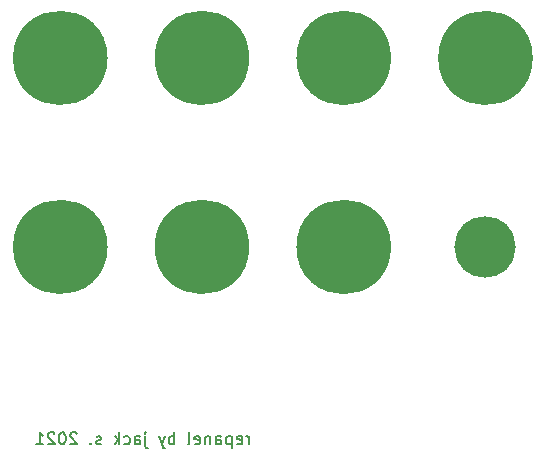
<source format=gbr>
G04 #@! TF.GenerationSoftware,KiCad,Pcbnew,(5.1.9-0-10_14)*
G04 #@! TF.CreationDate,2021-02-15T21:42:47-08:00*
G04 #@! TF.ProjectId,bigroom,62696772-6f6f-46d2-9e6b-696361645f70,rev?*
G04 #@! TF.SameCoordinates,Original*
G04 #@! TF.FileFunction,Soldermask,Bot*
G04 #@! TF.FilePolarity,Negative*
%FSLAX46Y46*%
G04 Gerber Fmt 4.6, Leading zero omitted, Abs format (unit mm)*
G04 Created by KiCad (PCBNEW (5.1.9-0-10_14)) date 2021-02-15 21:42:47*
%MOMM*%
%LPD*%
G01*
G04 APERTURE LIST*
%ADD10C,1.000000*%
%ADD11C,0.150000*%
%ADD12C,5.202000*%
%ADD13C,6.202000*%
G04 APERTURE END LIST*
D10*
X34250000Y-88750000D02*
G75*
G03*
X34250000Y-88750000I-3500000J0D01*
G01*
X10250000Y-88750000D02*
G75*
G03*
X10250000Y-88750000I-3500000J0D01*
G01*
X46250000Y-88750000D02*
G75*
G03*
X46250000Y-88750000I-3500000J0D01*
G01*
D11*
X22726190Y-121452380D02*
X22726190Y-120785714D01*
X22726190Y-120976190D02*
X22678571Y-120880952D01*
X22630952Y-120833333D01*
X22535714Y-120785714D01*
X22440476Y-120785714D01*
X21726190Y-121404761D02*
X21821428Y-121452380D01*
X22011904Y-121452380D01*
X22107142Y-121404761D01*
X22154761Y-121309523D01*
X22154761Y-120928571D01*
X22107142Y-120833333D01*
X22011904Y-120785714D01*
X21821428Y-120785714D01*
X21726190Y-120833333D01*
X21678571Y-120928571D01*
X21678571Y-121023809D01*
X22154761Y-121119047D01*
X21250000Y-120785714D02*
X21250000Y-121785714D01*
X21250000Y-120833333D02*
X21154761Y-120785714D01*
X20964285Y-120785714D01*
X20869047Y-120833333D01*
X20821428Y-120880952D01*
X20773809Y-120976190D01*
X20773809Y-121261904D01*
X20821428Y-121357142D01*
X20869047Y-121404761D01*
X20964285Y-121452380D01*
X21154761Y-121452380D01*
X21250000Y-121404761D01*
X19916666Y-121452380D02*
X19916666Y-120928571D01*
X19964285Y-120833333D01*
X20059523Y-120785714D01*
X20250000Y-120785714D01*
X20345238Y-120833333D01*
X19916666Y-121404761D02*
X20011904Y-121452380D01*
X20250000Y-121452380D01*
X20345238Y-121404761D01*
X20392857Y-121309523D01*
X20392857Y-121214285D01*
X20345238Y-121119047D01*
X20250000Y-121071428D01*
X20011904Y-121071428D01*
X19916666Y-121023809D01*
X19440476Y-120785714D02*
X19440476Y-121452380D01*
X19440476Y-120880952D02*
X19392857Y-120833333D01*
X19297619Y-120785714D01*
X19154761Y-120785714D01*
X19059523Y-120833333D01*
X19011904Y-120928571D01*
X19011904Y-121452380D01*
X18154761Y-121404761D02*
X18250000Y-121452380D01*
X18440476Y-121452380D01*
X18535714Y-121404761D01*
X18583333Y-121309523D01*
X18583333Y-120928571D01*
X18535714Y-120833333D01*
X18440476Y-120785714D01*
X18250000Y-120785714D01*
X18154761Y-120833333D01*
X18107142Y-120928571D01*
X18107142Y-121023809D01*
X18583333Y-121119047D01*
X17535714Y-121452380D02*
X17630952Y-121404761D01*
X17678571Y-121309523D01*
X17678571Y-120452380D01*
X16392857Y-121452380D02*
X16392857Y-120452380D01*
X16392857Y-120833333D02*
X16297619Y-120785714D01*
X16107142Y-120785714D01*
X16011904Y-120833333D01*
X15964285Y-120880952D01*
X15916666Y-120976190D01*
X15916666Y-121261904D01*
X15964285Y-121357142D01*
X16011904Y-121404761D01*
X16107142Y-121452380D01*
X16297619Y-121452380D01*
X16392857Y-121404761D01*
X15583333Y-120785714D02*
X15345238Y-121452380D01*
X15107142Y-120785714D02*
X15345238Y-121452380D01*
X15440476Y-121690476D01*
X15488095Y-121738095D01*
X15583333Y-121785714D01*
X13964285Y-120785714D02*
X13964285Y-121642857D01*
X14011904Y-121738095D01*
X14107142Y-121785714D01*
X14154761Y-121785714D01*
X13964285Y-120452380D02*
X14011904Y-120500000D01*
X13964285Y-120547619D01*
X13916666Y-120500000D01*
X13964285Y-120452380D01*
X13964285Y-120547619D01*
X13059523Y-121452380D02*
X13059523Y-120928571D01*
X13107142Y-120833333D01*
X13202380Y-120785714D01*
X13392857Y-120785714D01*
X13488095Y-120833333D01*
X13059523Y-121404761D02*
X13154761Y-121452380D01*
X13392857Y-121452380D01*
X13488095Y-121404761D01*
X13535714Y-121309523D01*
X13535714Y-121214285D01*
X13488095Y-121119047D01*
X13392857Y-121071428D01*
X13154761Y-121071428D01*
X13059523Y-121023809D01*
X12154761Y-121404761D02*
X12250000Y-121452380D01*
X12440476Y-121452380D01*
X12535714Y-121404761D01*
X12583333Y-121357142D01*
X12630952Y-121261904D01*
X12630952Y-120976190D01*
X12583333Y-120880952D01*
X12535714Y-120833333D01*
X12440476Y-120785714D01*
X12250000Y-120785714D01*
X12154761Y-120833333D01*
X11726190Y-121452380D02*
X11726190Y-120452380D01*
X11630952Y-121071428D02*
X11345238Y-121452380D01*
X11345238Y-120785714D02*
X11726190Y-121166666D01*
X10202380Y-121404761D02*
X10107142Y-121452380D01*
X9916666Y-121452380D01*
X9821428Y-121404761D01*
X9773809Y-121309523D01*
X9773809Y-121261904D01*
X9821428Y-121166666D01*
X9916666Y-121119047D01*
X10059523Y-121119047D01*
X10154761Y-121071428D01*
X10202380Y-120976190D01*
X10202380Y-120928571D01*
X10154761Y-120833333D01*
X10059523Y-120785714D01*
X9916666Y-120785714D01*
X9821428Y-120833333D01*
X9345238Y-121357142D02*
X9297619Y-121404761D01*
X9345238Y-121452380D01*
X9392857Y-121404761D01*
X9345238Y-121357142D01*
X9345238Y-121452380D01*
X8154761Y-120547619D02*
X8107142Y-120500000D01*
X8011904Y-120452380D01*
X7773809Y-120452380D01*
X7678571Y-120500000D01*
X7630952Y-120547619D01*
X7583333Y-120642857D01*
X7583333Y-120738095D01*
X7630952Y-120880952D01*
X8202380Y-121452380D01*
X7583333Y-121452380D01*
X6964285Y-120452380D02*
X6869047Y-120452380D01*
X6773809Y-120500000D01*
X6726190Y-120547619D01*
X6678571Y-120642857D01*
X6630952Y-120833333D01*
X6630952Y-121071428D01*
X6678571Y-121261904D01*
X6726190Y-121357142D01*
X6773809Y-121404761D01*
X6869047Y-121452380D01*
X6964285Y-121452380D01*
X7059523Y-121404761D01*
X7107142Y-121357142D01*
X7154761Y-121261904D01*
X7202380Y-121071428D01*
X7202380Y-120833333D01*
X7154761Y-120642857D01*
X7107142Y-120547619D01*
X7059523Y-120500000D01*
X6964285Y-120452380D01*
X6250000Y-120547619D02*
X6202380Y-120500000D01*
X6107142Y-120452380D01*
X5869047Y-120452380D01*
X5773809Y-120500000D01*
X5726190Y-120547619D01*
X5678571Y-120642857D01*
X5678571Y-120738095D01*
X5726190Y-120880952D01*
X6297619Y-121452380D01*
X5678571Y-121452380D01*
X4726190Y-121452380D02*
X5297619Y-121452380D01*
X5011904Y-121452380D02*
X5011904Y-120452380D01*
X5107142Y-120595238D01*
X5202380Y-120690476D01*
X5297619Y-120738095D01*
D10*
X22250000Y-88750000D02*
G75*
G03*
X22250000Y-88750000I-3500000J0D01*
G01*
X10250000Y-104750000D02*
G75*
G03*
X10250000Y-104750000I-3500000J0D01*
G01*
X22250000Y-104750000D02*
G75*
G03*
X22250000Y-104750000I-3500000J0D01*
G01*
X34250000Y-104750000D02*
G75*
G03*
X34250000Y-104750000I-3500000J0D01*
G01*
X34250000Y-88750000D02*
G75*
G03*
X34250000Y-88750000I-3500000J0D01*
G01*
X10250000Y-88750000D02*
G75*
G03*
X10250000Y-88750000I-3500000J0D01*
G01*
X46250000Y-88750000D02*
G75*
G03*
X46250000Y-88750000I-3500000J0D01*
G01*
D11*
X22726190Y-121452380D02*
X22726190Y-120785714D01*
X22726190Y-120976190D02*
X22678571Y-120880952D01*
X22630952Y-120833333D01*
X22535714Y-120785714D01*
X22440476Y-120785714D01*
X21726190Y-121404761D02*
X21821428Y-121452380D01*
X22011904Y-121452380D01*
X22107142Y-121404761D01*
X22154761Y-121309523D01*
X22154761Y-120928571D01*
X22107142Y-120833333D01*
X22011904Y-120785714D01*
X21821428Y-120785714D01*
X21726190Y-120833333D01*
X21678571Y-120928571D01*
X21678571Y-121023809D01*
X22154761Y-121119047D01*
X21250000Y-120785714D02*
X21250000Y-121785714D01*
X21250000Y-120833333D02*
X21154761Y-120785714D01*
X20964285Y-120785714D01*
X20869047Y-120833333D01*
X20821428Y-120880952D01*
X20773809Y-120976190D01*
X20773809Y-121261904D01*
X20821428Y-121357142D01*
X20869047Y-121404761D01*
X20964285Y-121452380D01*
X21154761Y-121452380D01*
X21250000Y-121404761D01*
X19916666Y-121452380D02*
X19916666Y-120928571D01*
X19964285Y-120833333D01*
X20059523Y-120785714D01*
X20250000Y-120785714D01*
X20345238Y-120833333D01*
X19916666Y-121404761D02*
X20011904Y-121452380D01*
X20250000Y-121452380D01*
X20345238Y-121404761D01*
X20392857Y-121309523D01*
X20392857Y-121214285D01*
X20345238Y-121119047D01*
X20250000Y-121071428D01*
X20011904Y-121071428D01*
X19916666Y-121023809D01*
X19440476Y-120785714D02*
X19440476Y-121452380D01*
X19440476Y-120880952D02*
X19392857Y-120833333D01*
X19297619Y-120785714D01*
X19154761Y-120785714D01*
X19059523Y-120833333D01*
X19011904Y-120928571D01*
X19011904Y-121452380D01*
X18154761Y-121404761D02*
X18250000Y-121452380D01*
X18440476Y-121452380D01*
X18535714Y-121404761D01*
X18583333Y-121309523D01*
X18583333Y-120928571D01*
X18535714Y-120833333D01*
X18440476Y-120785714D01*
X18250000Y-120785714D01*
X18154761Y-120833333D01*
X18107142Y-120928571D01*
X18107142Y-121023809D01*
X18583333Y-121119047D01*
X17535714Y-121452380D02*
X17630952Y-121404761D01*
X17678571Y-121309523D01*
X17678571Y-120452380D01*
X16392857Y-121452380D02*
X16392857Y-120452380D01*
X16392857Y-120833333D02*
X16297619Y-120785714D01*
X16107142Y-120785714D01*
X16011904Y-120833333D01*
X15964285Y-120880952D01*
X15916666Y-120976190D01*
X15916666Y-121261904D01*
X15964285Y-121357142D01*
X16011904Y-121404761D01*
X16107142Y-121452380D01*
X16297619Y-121452380D01*
X16392857Y-121404761D01*
X15583333Y-120785714D02*
X15345238Y-121452380D01*
X15107142Y-120785714D02*
X15345238Y-121452380D01*
X15440476Y-121690476D01*
X15488095Y-121738095D01*
X15583333Y-121785714D01*
X13964285Y-120785714D02*
X13964285Y-121642857D01*
X14011904Y-121738095D01*
X14107142Y-121785714D01*
X14154761Y-121785714D01*
X13964285Y-120452380D02*
X14011904Y-120500000D01*
X13964285Y-120547619D01*
X13916666Y-120500000D01*
X13964285Y-120452380D01*
X13964285Y-120547619D01*
X13059523Y-121452380D02*
X13059523Y-120928571D01*
X13107142Y-120833333D01*
X13202380Y-120785714D01*
X13392857Y-120785714D01*
X13488095Y-120833333D01*
X13059523Y-121404761D02*
X13154761Y-121452380D01*
X13392857Y-121452380D01*
X13488095Y-121404761D01*
X13535714Y-121309523D01*
X13535714Y-121214285D01*
X13488095Y-121119047D01*
X13392857Y-121071428D01*
X13154761Y-121071428D01*
X13059523Y-121023809D01*
X12154761Y-121404761D02*
X12250000Y-121452380D01*
X12440476Y-121452380D01*
X12535714Y-121404761D01*
X12583333Y-121357142D01*
X12630952Y-121261904D01*
X12630952Y-120976190D01*
X12583333Y-120880952D01*
X12535714Y-120833333D01*
X12440476Y-120785714D01*
X12250000Y-120785714D01*
X12154761Y-120833333D01*
X11726190Y-121452380D02*
X11726190Y-120452380D01*
X11630952Y-121071428D02*
X11345238Y-121452380D01*
X11345238Y-120785714D02*
X11726190Y-121166666D01*
X10202380Y-121404761D02*
X10107142Y-121452380D01*
X9916666Y-121452380D01*
X9821428Y-121404761D01*
X9773809Y-121309523D01*
X9773809Y-121261904D01*
X9821428Y-121166666D01*
X9916666Y-121119047D01*
X10059523Y-121119047D01*
X10154761Y-121071428D01*
X10202380Y-120976190D01*
X10202380Y-120928571D01*
X10154761Y-120833333D01*
X10059523Y-120785714D01*
X9916666Y-120785714D01*
X9821428Y-120833333D01*
X9345238Y-121357142D02*
X9297619Y-121404761D01*
X9345238Y-121452380D01*
X9392857Y-121404761D01*
X9345238Y-121357142D01*
X9345238Y-121452380D01*
X8154761Y-120547619D02*
X8107142Y-120500000D01*
X8011904Y-120452380D01*
X7773809Y-120452380D01*
X7678571Y-120500000D01*
X7630952Y-120547619D01*
X7583333Y-120642857D01*
X7583333Y-120738095D01*
X7630952Y-120880952D01*
X8202380Y-121452380D01*
X7583333Y-121452380D01*
X6964285Y-120452380D02*
X6869047Y-120452380D01*
X6773809Y-120500000D01*
X6726190Y-120547619D01*
X6678571Y-120642857D01*
X6630952Y-120833333D01*
X6630952Y-121071428D01*
X6678571Y-121261904D01*
X6726190Y-121357142D01*
X6773809Y-121404761D01*
X6869047Y-121452380D01*
X6964285Y-121452380D01*
X7059523Y-121404761D01*
X7107142Y-121357142D01*
X7154761Y-121261904D01*
X7202380Y-121071428D01*
X7202380Y-120833333D01*
X7154761Y-120642857D01*
X7107142Y-120547619D01*
X7059523Y-120500000D01*
X6964285Y-120452380D01*
X6250000Y-120547619D02*
X6202380Y-120500000D01*
X6107142Y-120452380D01*
X5869047Y-120452380D01*
X5773809Y-120500000D01*
X5726190Y-120547619D01*
X5678571Y-120642857D01*
X5678571Y-120738095D01*
X5726190Y-120880952D01*
X6297619Y-121452380D01*
X5678571Y-121452380D01*
X4726190Y-121452380D02*
X5297619Y-121452380D01*
X5011904Y-121452380D02*
X5011904Y-120452380D01*
X5107142Y-120595238D01*
X5202380Y-120690476D01*
X5297619Y-120738095D01*
D10*
X22250000Y-88750000D02*
G75*
G03*
X22250000Y-88750000I-3500000J0D01*
G01*
X10250000Y-104750000D02*
G75*
G03*
X10250000Y-104750000I-3500000J0D01*
G01*
X22250000Y-104750000D02*
G75*
G03*
X22250000Y-104750000I-3500000J0D01*
G01*
X34250000Y-104750000D02*
G75*
G03*
X34250000Y-104750000I-3500000J0D01*
G01*
D12*
X42750000Y-104750000D03*
D13*
X6750000Y-88750000D03*
X42750000Y-88750000D03*
X30750000Y-88750000D03*
X18750000Y-88750000D03*
X6750000Y-104750000D03*
X30750000Y-104750000D03*
X18750000Y-104750000D03*
M02*

</source>
